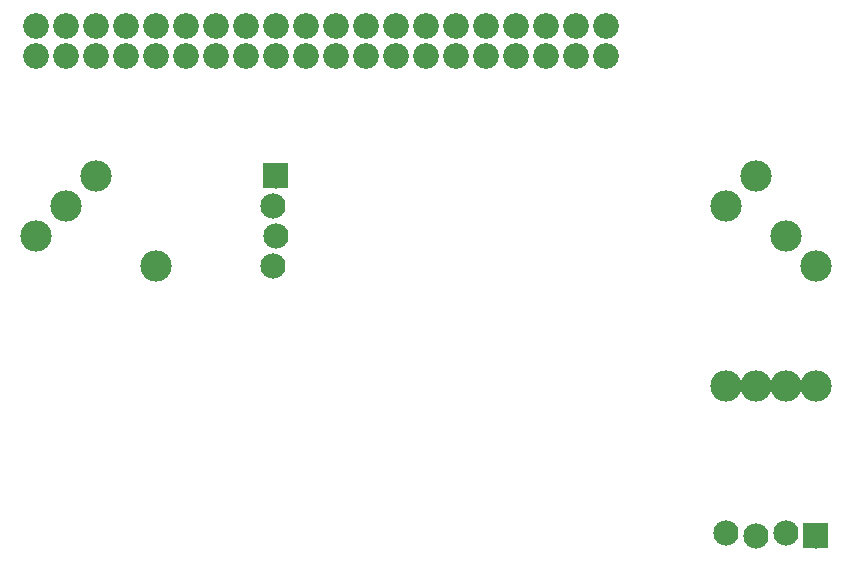
<source format=gbs>
G04 MADE WITH FRITZING*
G04 WWW.FRITZING.ORG*
G04 DOUBLE SIDED*
G04 HOLES PLATED*
G04 CONTOUR ON CENTER OF CONTOUR VECTOR*
%ASAXBY*%
%FSLAX23Y23*%
%MOIN*%
%OFA0B0*%
%SFA1.0B1.0*%
%ADD10C,0.085361*%
%ADD11C,0.084000*%
%ADD12C,0.104488*%
%ADD13R,0.001000X0.001000*%
%LNMASK0*%
G90*
G70*
G54D10*
X343Y2012D03*
X443Y2012D03*
X543Y2012D03*
X643Y2012D03*
X743Y2012D03*
X843Y2012D03*
X943Y2012D03*
X1043Y2012D03*
X1143Y2012D03*
X1243Y2012D03*
X1343Y2012D03*
X1443Y2012D03*
X1543Y2012D03*
X1643Y2012D03*
X1743Y2012D03*
X1843Y2012D03*
X1943Y2012D03*
X2043Y2012D03*
X2143Y2012D03*
X2243Y2012D03*
X2243Y2112D03*
X2143Y2112D03*
X2043Y2112D03*
X1943Y2112D03*
X1843Y2112D03*
X1743Y2112D03*
X1643Y2112D03*
X1543Y2112D03*
X1443Y2112D03*
X1343Y2112D03*
X1243Y2112D03*
X1143Y2112D03*
X1043Y2112D03*
X943Y2112D03*
X843Y2112D03*
X743Y2112D03*
X643Y2112D03*
X543Y2112D03*
X443Y2112D03*
X343Y2112D03*
G54D11*
X1143Y1612D03*
X1133Y1512D03*
X1143Y1412D03*
X1133Y1312D03*
X2943Y412D03*
X2843Y422D03*
X2743Y412D03*
X2643Y422D03*
G54D12*
X343Y1412D03*
X2943Y1312D03*
X2843Y1412D03*
X2743Y1612D03*
X2643Y912D03*
X2943Y912D03*
X2843Y912D03*
X2743Y912D03*
X2643Y1512D03*
X743Y1312D03*
X543Y1612D03*
X443Y1512D03*
G54D13*
X1101Y1654D02*
X1184Y1654D01*
X1101Y1653D02*
X1184Y1653D01*
X1101Y1652D02*
X1184Y1652D01*
X1101Y1651D02*
X1184Y1651D01*
X1101Y1650D02*
X1184Y1650D01*
X1101Y1649D02*
X1184Y1649D01*
X1101Y1648D02*
X1184Y1648D01*
X1101Y1647D02*
X1184Y1647D01*
X1101Y1646D02*
X1184Y1646D01*
X1101Y1645D02*
X1184Y1645D01*
X1101Y1644D02*
X1184Y1644D01*
X1101Y1643D02*
X1184Y1643D01*
X1101Y1642D02*
X1184Y1642D01*
X1101Y1641D02*
X1184Y1641D01*
X1101Y1640D02*
X1184Y1640D01*
X1101Y1639D02*
X1184Y1639D01*
X1101Y1638D02*
X1184Y1638D01*
X1101Y1637D02*
X1184Y1637D01*
X1101Y1636D02*
X1184Y1636D01*
X1101Y1635D02*
X1184Y1635D01*
X1101Y1634D02*
X1184Y1634D01*
X1101Y1633D02*
X1184Y1633D01*
X1101Y1632D02*
X1184Y1632D01*
X1101Y1631D02*
X1184Y1631D01*
X1101Y1630D02*
X1184Y1630D01*
X1101Y1629D02*
X1184Y1629D01*
X1101Y1628D02*
X1184Y1628D01*
X1101Y1627D02*
X1138Y1627D01*
X1147Y1627D02*
X1184Y1627D01*
X1101Y1626D02*
X1135Y1626D01*
X1149Y1626D02*
X1184Y1626D01*
X1101Y1625D02*
X1133Y1625D01*
X1151Y1625D02*
X1184Y1625D01*
X1101Y1624D02*
X1132Y1624D01*
X1152Y1624D02*
X1184Y1624D01*
X1101Y1623D02*
X1131Y1623D01*
X1153Y1623D02*
X1184Y1623D01*
X1101Y1622D02*
X1130Y1622D01*
X1154Y1622D02*
X1184Y1622D01*
X1101Y1621D02*
X1129Y1621D01*
X1155Y1621D02*
X1184Y1621D01*
X1101Y1620D02*
X1129Y1620D01*
X1156Y1620D02*
X1184Y1620D01*
X1101Y1619D02*
X1128Y1619D01*
X1156Y1619D02*
X1184Y1619D01*
X1101Y1618D02*
X1128Y1618D01*
X1157Y1618D02*
X1184Y1618D01*
X1101Y1617D02*
X1127Y1617D01*
X1157Y1617D02*
X1184Y1617D01*
X1101Y1616D02*
X1127Y1616D01*
X1157Y1616D02*
X1184Y1616D01*
X1101Y1615D02*
X1127Y1615D01*
X1157Y1615D02*
X1184Y1615D01*
X1101Y1614D02*
X1127Y1614D01*
X1158Y1614D02*
X1184Y1614D01*
X1101Y1613D02*
X1127Y1613D01*
X1158Y1613D02*
X1184Y1613D01*
X1101Y1612D02*
X1127Y1612D01*
X1158Y1612D02*
X1184Y1612D01*
X1101Y1611D02*
X1127Y1611D01*
X1158Y1611D02*
X1184Y1611D01*
X1101Y1610D02*
X1127Y1610D01*
X1157Y1610D02*
X1184Y1610D01*
X1101Y1609D02*
X1127Y1609D01*
X1157Y1609D02*
X1184Y1609D01*
X1101Y1608D02*
X1127Y1608D01*
X1157Y1608D02*
X1184Y1608D01*
X1101Y1607D02*
X1128Y1607D01*
X1157Y1607D02*
X1184Y1607D01*
X1101Y1606D02*
X1128Y1606D01*
X1156Y1606D02*
X1184Y1606D01*
X1101Y1605D02*
X1129Y1605D01*
X1156Y1605D02*
X1184Y1605D01*
X1101Y1604D02*
X1129Y1604D01*
X1155Y1604D02*
X1184Y1604D01*
X1101Y1603D02*
X1130Y1603D01*
X1154Y1603D02*
X1184Y1603D01*
X1101Y1602D02*
X1131Y1602D01*
X1153Y1602D02*
X1184Y1602D01*
X1101Y1601D02*
X1132Y1601D01*
X1152Y1601D02*
X1184Y1601D01*
X1101Y1600D02*
X1133Y1600D01*
X1151Y1600D02*
X1184Y1600D01*
X1101Y1599D02*
X1135Y1599D01*
X1149Y1599D02*
X1184Y1599D01*
X1101Y1598D02*
X1138Y1598D01*
X1146Y1598D02*
X1184Y1598D01*
X1101Y1597D02*
X1184Y1597D01*
X1101Y1596D02*
X1184Y1596D01*
X1101Y1595D02*
X1184Y1595D01*
X1101Y1594D02*
X1184Y1594D01*
X1101Y1593D02*
X1184Y1593D01*
X1101Y1592D02*
X1184Y1592D01*
X1101Y1591D02*
X1184Y1591D01*
X1101Y1590D02*
X1184Y1590D01*
X1101Y1589D02*
X1184Y1589D01*
X1101Y1588D02*
X1184Y1588D01*
X1101Y1587D02*
X1184Y1587D01*
X1101Y1586D02*
X1184Y1586D01*
X1101Y1585D02*
X1184Y1585D01*
X1101Y1584D02*
X1184Y1584D01*
X1101Y1583D02*
X1184Y1583D01*
X1101Y1582D02*
X1184Y1582D01*
X1101Y1581D02*
X1184Y1581D01*
X1101Y1580D02*
X1184Y1580D01*
X1101Y1579D02*
X1184Y1579D01*
X1101Y1578D02*
X1184Y1578D01*
X1101Y1577D02*
X1184Y1577D01*
X1101Y1576D02*
X1184Y1576D01*
X1101Y1575D02*
X1184Y1575D01*
X1101Y1574D02*
X1184Y1574D01*
X1101Y1573D02*
X1184Y1573D01*
X1101Y1572D02*
X1184Y1572D01*
X1101Y1571D02*
X1184Y1571D01*
X2901Y454D02*
X2984Y454D01*
X2901Y453D02*
X2984Y453D01*
X2901Y452D02*
X2984Y452D01*
X2901Y451D02*
X2984Y451D01*
X2901Y450D02*
X2984Y450D01*
X2901Y449D02*
X2984Y449D01*
X2901Y448D02*
X2984Y448D01*
X2901Y447D02*
X2984Y447D01*
X2901Y446D02*
X2984Y446D01*
X2901Y445D02*
X2984Y445D01*
X2901Y444D02*
X2984Y444D01*
X2901Y443D02*
X2984Y443D01*
X2901Y442D02*
X2984Y442D01*
X2901Y441D02*
X2984Y441D01*
X2901Y440D02*
X2984Y440D01*
X2901Y439D02*
X2984Y439D01*
X2901Y438D02*
X2984Y438D01*
X2901Y437D02*
X2984Y437D01*
X2901Y436D02*
X2984Y436D01*
X2901Y435D02*
X2984Y435D01*
X2901Y434D02*
X2984Y434D01*
X2901Y433D02*
X2984Y433D01*
X2901Y432D02*
X2984Y432D01*
X2901Y431D02*
X2984Y431D01*
X2901Y430D02*
X2984Y430D01*
X2901Y429D02*
X2984Y429D01*
X2901Y428D02*
X2984Y428D01*
X2901Y427D02*
X2937Y427D01*
X2947Y427D02*
X2984Y427D01*
X2901Y426D02*
X2935Y426D01*
X2949Y426D02*
X2984Y426D01*
X2901Y425D02*
X2933Y425D01*
X2951Y425D02*
X2984Y425D01*
X2901Y424D02*
X2932Y424D01*
X2952Y424D02*
X2984Y424D01*
X2901Y423D02*
X2931Y423D01*
X2953Y423D02*
X2984Y423D01*
X2901Y422D02*
X2930Y422D01*
X2954Y422D02*
X2984Y422D01*
X2901Y421D02*
X2929Y421D01*
X2955Y421D02*
X2984Y421D01*
X2901Y420D02*
X2928Y420D01*
X2956Y420D02*
X2984Y420D01*
X2901Y419D02*
X2928Y419D01*
X2956Y419D02*
X2984Y419D01*
X2901Y418D02*
X2927Y418D01*
X2957Y418D02*
X2984Y418D01*
X2901Y417D02*
X2927Y417D01*
X2957Y417D02*
X2984Y417D01*
X2901Y416D02*
X2927Y416D01*
X2957Y416D02*
X2984Y416D01*
X2901Y415D02*
X2927Y415D01*
X2957Y415D02*
X2984Y415D01*
X2901Y414D02*
X2927Y414D01*
X2957Y414D02*
X2984Y414D01*
X2901Y413D02*
X2927Y413D01*
X2957Y413D02*
X2984Y413D01*
X2901Y412D02*
X2927Y412D01*
X2957Y412D02*
X2984Y412D01*
X2901Y411D02*
X2927Y411D01*
X2957Y411D02*
X2984Y411D01*
X2901Y410D02*
X2927Y410D01*
X2957Y410D02*
X2984Y410D01*
X2901Y409D02*
X2927Y409D01*
X2957Y409D02*
X2984Y409D01*
X2901Y408D02*
X2927Y408D01*
X2957Y408D02*
X2984Y408D01*
X2901Y407D02*
X2928Y407D01*
X2956Y407D02*
X2984Y407D01*
X2901Y406D02*
X2928Y406D01*
X2956Y406D02*
X2984Y406D01*
X2901Y405D02*
X2929Y405D01*
X2955Y405D02*
X2984Y405D01*
X2901Y404D02*
X2929Y404D01*
X2955Y404D02*
X2984Y404D01*
X2901Y403D02*
X2930Y403D01*
X2954Y403D02*
X2984Y403D01*
X2901Y402D02*
X2931Y402D01*
X2953Y402D02*
X2984Y402D01*
X2901Y401D02*
X2932Y401D01*
X2952Y401D02*
X2984Y401D01*
X2901Y400D02*
X2933Y400D01*
X2951Y400D02*
X2984Y400D01*
X2901Y399D02*
X2935Y399D01*
X2949Y399D02*
X2984Y399D01*
X2901Y398D02*
X2938Y398D01*
X2946Y398D02*
X2984Y398D01*
X2901Y397D02*
X2984Y397D01*
X2901Y396D02*
X2984Y396D01*
X2901Y395D02*
X2984Y395D01*
X2901Y394D02*
X2984Y394D01*
X2901Y393D02*
X2984Y393D01*
X2901Y392D02*
X2984Y392D01*
X2901Y391D02*
X2984Y391D01*
X2901Y390D02*
X2984Y390D01*
X2901Y389D02*
X2984Y389D01*
X2901Y388D02*
X2984Y388D01*
X2901Y387D02*
X2984Y387D01*
X2901Y386D02*
X2984Y386D01*
X2901Y385D02*
X2984Y385D01*
X2901Y384D02*
X2984Y384D01*
X2901Y383D02*
X2984Y383D01*
X2901Y382D02*
X2984Y382D01*
X2901Y381D02*
X2984Y381D01*
X2901Y380D02*
X2984Y380D01*
X2901Y379D02*
X2984Y379D01*
X2901Y378D02*
X2984Y378D01*
X2901Y377D02*
X2984Y377D01*
X2901Y376D02*
X2984Y376D01*
X2901Y375D02*
X2984Y375D01*
X2901Y374D02*
X2984Y374D01*
X2901Y373D02*
X2984Y373D01*
X2901Y372D02*
X2984Y372D01*
X2901Y371D02*
X2983Y371D01*
D02*
G04 End of Mask0*
M02*
</source>
